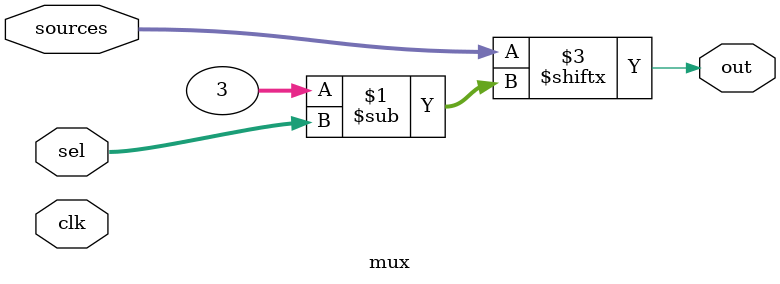
<source format=v>
module mux(
	input wire clk,
	input wire [0:3] sources, // all _source_ pins
	input wire [0:3] sel, // selected pin,
	output out
);

	assign out = sources[sel];
endmodule

</source>
